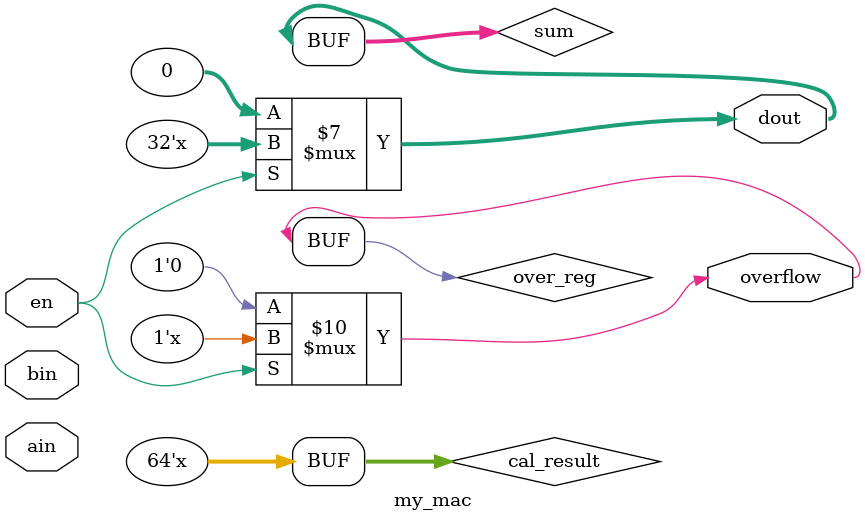
<source format=v>
`include "my_mul.v"

module my_mac #(
	parameter BIT_WIDTH = 32
)
(
	input [BIT_WIDTH-1:0] ain,
	input [BIT_WIDTH-1:0] bin,
  input en,
	output [BIT_WIDTH-1:0] dout,
	output overflow
);

reg [BIT_WIDTH-1:0] sum;
reg [BIT_WIDTH*2-1:0] cal_result;
reg over_reg;
assign overflow = over_reg;
assign dout = sum;

initial begin
	sum = 0;
	cal_result = 0;
	over_reg = 0;
end

always @(en or ain or bin) begin
	if (en) begin
		cal_result = sum + ain * bin;
		over_reg = |cal_result[BIT_WIDTH * 2 - 1 : BIT_WIDTH];
		sum = cal_result[BIT_WIDTH - 1 : 0];
	end
	else begin
		sum = 0;
		over_reg = 0;
	end
end

endmodule

</source>
